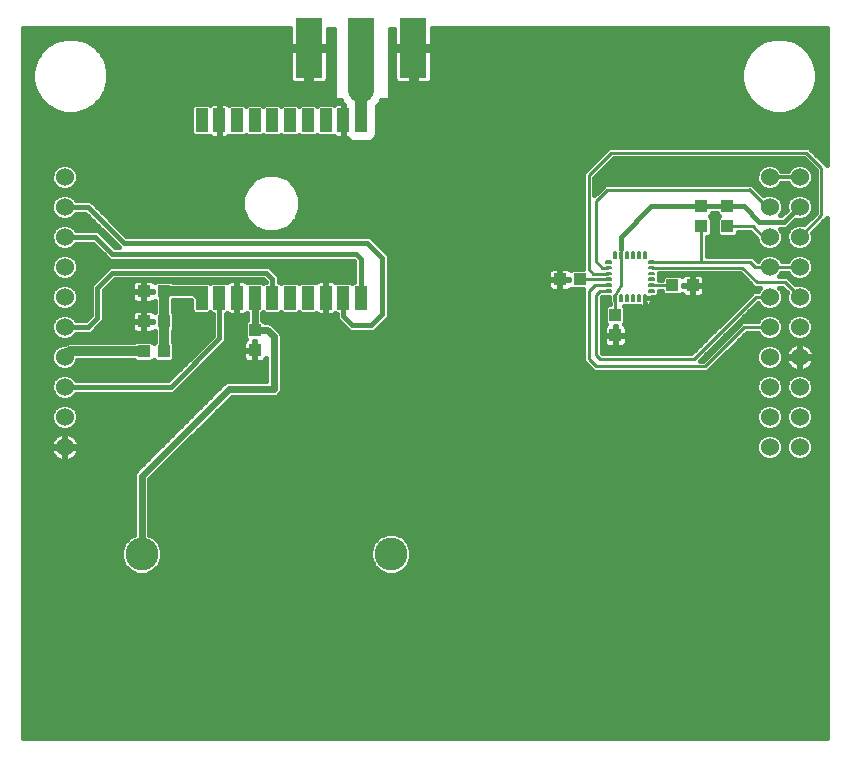
<source format=gtl>
G75*
G70*
%OFA0B0*%
%FSLAX24Y24*%
%IPPOS*%
%LPD*%
%AMOC8*
5,1,8,0,0,1.08239X$1,22.5*
%
%ADD10C,0.0600*%
%ADD11C,0.0059*%
%ADD12R,0.0433X0.0394*%
%ADD13R,0.0394X0.0433*%
%ADD14R,0.0394X0.0787*%
%ADD15R,0.0900X0.2000*%
%ADD16C,0.1095*%
%ADD17C,0.0160*%
%ADD18C,0.0290*%
%ADD19C,0.0320*%
%ADD20C,0.0100*%
%ADD21C,0.0120*%
%ADD22C,0.0400*%
%ADD23C,0.0860*%
%ADD24C,0.0240*%
D10*
X001960Y010567D03*
X001960Y011567D03*
X001960Y012567D03*
X001960Y013567D03*
X001960Y014567D03*
X001960Y015567D03*
X001960Y016567D03*
X001960Y017567D03*
X001960Y018567D03*
X001960Y019567D03*
X025460Y019567D03*
X026460Y019567D03*
X026460Y018567D03*
X026460Y017567D03*
X026460Y016567D03*
X026460Y015567D03*
X026460Y014567D03*
X026460Y013567D03*
X026460Y012567D03*
X026460Y011567D03*
X026460Y010567D03*
X025460Y010567D03*
X025460Y011567D03*
X025460Y012567D03*
X025460Y013567D03*
X025460Y014567D03*
X025460Y015567D03*
X025460Y016567D03*
X025460Y017567D03*
X025460Y018567D03*
D11*
X021613Y016772D02*
X021435Y016772D01*
X021613Y016772D02*
X021613Y016712D01*
X021435Y016712D01*
X021435Y016772D01*
X021435Y016770D02*
X021613Y016770D01*
X021613Y016575D02*
X021435Y016575D01*
X021613Y016575D02*
X021613Y016515D01*
X021435Y016515D01*
X021435Y016575D01*
X021435Y016573D02*
X021613Y016573D01*
X021613Y016378D02*
X021435Y016378D01*
X021613Y016378D02*
X021613Y016318D01*
X021435Y016318D01*
X021435Y016378D01*
X021435Y016376D02*
X021613Y016376D01*
X021613Y016182D02*
X021435Y016182D01*
X021613Y016182D02*
X021613Y016122D01*
X021435Y016122D01*
X021435Y016182D01*
X021435Y016180D02*
X021613Y016180D01*
X021613Y015985D02*
X021435Y015985D01*
X021613Y015985D02*
X021613Y015925D01*
X021435Y015925D01*
X021435Y015985D01*
X021435Y015983D02*
X021613Y015983D01*
X021613Y015788D02*
X021435Y015788D01*
X021613Y015788D02*
X021613Y015728D01*
X021435Y015728D01*
X021435Y015788D01*
X021435Y015786D02*
X021613Y015786D01*
X021327Y015620D02*
X021327Y015442D01*
X021267Y015442D01*
X021267Y015620D01*
X021327Y015620D01*
X021327Y015500D02*
X021267Y015500D01*
X021267Y015558D02*
X021327Y015558D01*
X021327Y015616D02*
X021267Y015616D01*
X021130Y015620D02*
X021130Y015442D01*
X021070Y015442D01*
X021070Y015620D01*
X021130Y015620D01*
X021130Y015500D02*
X021070Y015500D01*
X021070Y015558D02*
X021130Y015558D01*
X021130Y015616D02*
X021070Y015616D01*
X020933Y015620D02*
X020933Y015442D01*
X020873Y015442D01*
X020873Y015620D01*
X020933Y015620D01*
X020933Y015500D02*
X020873Y015500D01*
X020873Y015558D02*
X020933Y015558D01*
X020933Y015616D02*
X020873Y015616D01*
X020737Y015620D02*
X020737Y015442D01*
X020677Y015442D01*
X020677Y015620D01*
X020737Y015620D01*
X020737Y015500D02*
X020677Y015500D01*
X020677Y015558D02*
X020737Y015558D01*
X020737Y015616D02*
X020677Y015616D01*
X020540Y015620D02*
X020540Y015442D01*
X020480Y015442D01*
X020480Y015620D01*
X020540Y015620D01*
X020540Y015500D02*
X020480Y015500D01*
X020480Y015558D02*
X020540Y015558D01*
X020540Y015616D02*
X020480Y015616D01*
X020343Y015620D02*
X020343Y015442D01*
X020283Y015442D01*
X020283Y015620D01*
X020343Y015620D01*
X020343Y015500D02*
X020283Y015500D01*
X020283Y015558D02*
X020343Y015558D01*
X020343Y015616D02*
X020283Y015616D01*
X020175Y015728D02*
X019997Y015728D01*
X019997Y015788D01*
X020175Y015788D01*
X020175Y015728D01*
X020175Y015786D02*
X019997Y015786D01*
X019997Y015925D02*
X020175Y015925D01*
X019997Y015925D02*
X019997Y015985D01*
X020175Y015985D01*
X020175Y015925D01*
X020175Y015983D02*
X019997Y015983D01*
X019997Y016122D02*
X020175Y016122D01*
X019997Y016122D02*
X019997Y016182D01*
X020175Y016182D01*
X020175Y016122D01*
X020175Y016180D02*
X019997Y016180D01*
X019997Y016318D02*
X020175Y016318D01*
X019997Y016318D02*
X019997Y016378D01*
X020175Y016378D01*
X020175Y016318D01*
X020175Y016376D02*
X019997Y016376D01*
X019997Y016515D02*
X020175Y016515D01*
X019997Y016515D02*
X019997Y016575D01*
X020175Y016575D01*
X020175Y016515D01*
X020175Y016573D02*
X019997Y016573D01*
X019997Y016712D02*
X020175Y016712D01*
X019997Y016712D02*
X019997Y016772D01*
X020175Y016772D01*
X020175Y016712D01*
X020175Y016770D02*
X019997Y016770D01*
X020283Y016880D02*
X020283Y017058D01*
X020343Y017058D01*
X020343Y016880D01*
X020283Y016880D01*
X020283Y016938D02*
X020343Y016938D01*
X020343Y016996D02*
X020283Y016996D01*
X020283Y017054D02*
X020343Y017054D01*
X020480Y017058D02*
X020480Y016880D01*
X020480Y017058D02*
X020540Y017058D01*
X020540Y016880D01*
X020480Y016880D01*
X020480Y016938D02*
X020540Y016938D01*
X020540Y016996D02*
X020480Y016996D01*
X020480Y017054D02*
X020540Y017054D01*
X020677Y017058D02*
X020677Y016880D01*
X020677Y017058D02*
X020737Y017058D01*
X020737Y016880D01*
X020677Y016880D01*
X020677Y016938D02*
X020737Y016938D01*
X020737Y016996D02*
X020677Y016996D01*
X020677Y017054D02*
X020737Y017054D01*
X020873Y017058D02*
X020873Y016880D01*
X020873Y017058D02*
X020933Y017058D01*
X020933Y016880D01*
X020873Y016880D01*
X020873Y016938D02*
X020933Y016938D01*
X020933Y016996D02*
X020873Y016996D01*
X020873Y017054D02*
X020933Y017054D01*
X021070Y017058D02*
X021070Y016880D01*
X021070Y017058D02*
X021130Y017058D01*
X021130Y016880D01*
X021070Y016880D01*
X021070Y016938D02*
X021130Y016938D01*
X021130Y016996D02*
X021070Y016996D01*
X021070Y017054D02*
X021130Y017054D01*
X021267Y017058D02*
X021267Y016880D01*
X021267Y017058D02*
X021327Y017058D01*
X021327Y016880D01*
X021267Y016880D01*
X021267Y016938D02*
X021327Y016938D01*
X021327Y016996D02*
X021267Y016996D01*
X021267Y017054D02*
X021327Y017054D01*
D12*
X022220Y015955D03*
X022890Y015955D03*
X023180Y017915D03*
X023180Y018585D03*
X024055Y018585D03*
X024055Y017915D03*
X019140Y016152D03*
X018470Y016152D03*
X005265Y015750D03*
X004595Y015750D03*
X004595Y014750D03*
X005265Y014750D03*
D13*
X005265Y013750D03*
X004595Y013750D03*
X008294Y013790D03*
X008294Y014460D03*
X020313Y014290D03*
X020313Y014960D03*
D14*
X011837Y015547D03*
X011247Y015547D03*
X010656Y015547D03*
X010066Y015547D03*
X009475Y015547D03*
X008885Y015547D03*
X008294Y015547D03*
X007704Y015547D03*
X007113Y015547D03*
X006523Y015547D03*
X006523Y021453D03*
X007113Y021453D03*
X007704Y021453D03*
X008294Y021453D03*
X008885Y021453D03*
X009475Y021453D03*
X010066Y021453D03*
X010656Y021453D03*
X011247Y021453D03*
X011837Y021453D03*
D15*
X011837Y023865D03*
X010097Y023865D03*
X013577Y023865D03*
D16*
X012835Y007000D03*
X004525Y007000D03*
D17*
X000560Y000880D02*
X000560Y024529D01*
X009467Y024529D01*
X009467Y023945D01*
X010017Y023945D01*
X010017Y023785D01*
X009467Y023785D01*
X009467Y022841D01*
X009480Y022796D01*
X009503Y022754D01*
X009537Y022721D01*
X009578Y022697D01*
X009624Y022685D01*
X010017Y022685D01*
X010017Y023785D01*
X010177Y023785D01*
X010177Y022685D01*
X010571Y022685D01*
X010617Y022697D01*
X010658Y022721D01*
X010692Y022754D01*
X010715Y022796D01*
X010727Y022841D01*
X010727Y023785D01*
X010177Y023785D01*
X010177Y023945D01*
X010727Y023945D01*
X010727Y024495D01*
X010930Y024495D01*
X010930Y022125D01*
X011157Y022125D01*
X011193Y022037D01*
X011204Y022026D01*
X011026Y022026D01*
X010981Y022014D01*
X010940Y021990D01*
X010923Y021974D01*
X010911Y021986D01*
X010402Y021986D01*
X010361Y021946D01*
X010321Y021986D01*
X009811Y021986D01*
X009771Y021946D01*
X009730Y021986D01*
X009220Y021986D01*
X009180Y021946D01*
X009140Y021986D01*
X008630Y021986D01*
X008589Y021946D01*
X008549Y021986D01*
X008039Y021986D01*
X007999Y021946D01*
X007958Y021986D01*
X007449Y021986D01*
X007437Y021974D01*
X007420Y021990D01*
X007379Y022014D01*
X007334Y022026D01*
X007131Y022026D01*
X007131Y021471D01*
X007095Y021471D01*
X007095Y022026D01*
X006893Y022026D01*
X006847Y022014D01*
X006806Y021990D01*
X006790Y021974D01*
X006777Y021986D01*
X006268Y021986D01*
X006186Y021904D01*
X006186Y021001D01*
X006268Y020919D01*
X006777Y020919D01*
X006790Y020931D01*
X006806Y020915D01*
X006847Y020891D01*
X006893Y020879D01*
X007095Y020879D01*
X007095Y021434D01*
X007131Y021434D01*
X007131Y020879D01*
X007334Y020879D01*
X007379Y020891D01*
X007420Y020915D01*
X007437Y020931D01*
X007449Y020919D01*
X007958Y020919D01*
X007999Y020959D01*
X008039Y020919D01*
X008549Y020919D01*
X008589Y020959D01*
X008630Y020919D01*
X009140Y020919D01*
X009180Y020959D01*
X009220Y020919D01*
X009730Y020919D01*
X009771Y020959D01*
X009811Y020919D01*
X010321Y020919D01*
X010361Y020959D01*
X010402Y020919D01*
X010911Y020919D01*
X010923Y020931D01*
X010940Y020915D01*
X010981Y020891D01*
X011026Y020879D01*
X011229Y020879D01*
X011229Y021434D01*
X011265Y021434D01*
X011265Y020879D01*
X011358Y020879D01*
X011361Y020872D01*
X011454Y020779D01*
X011575Y020729D01*
X012100Y020729D01*
X012221Y020779D01*
X012314Y020872D01*
X012364Y020993D01*
X012364Y021340D01*
X012367Y021347D01*
X012367Y021923D01*
X012482Y022037D01*
X012518Y022125D01*
X012805Y022125D01*
X012805Y024495D01*
X012947Y024495D01*
X012947Y023945D01*
X013497Y023945D01*
X013497Y023785D01*
X012947Y023785D01*
X012947Y022841D01*
X012960Y022796D01*
X012983Y022754D01*
X013017Y022721D01*
X013058Y022697D01*
X013104Y022685D01*
X013497Y022685D01*
X013497Y023785D01*
X013657Y023785D01*
X013657Y022685D01*
X014051Y022685D01*
X014097Y022697D01*
X014138Y022721D01*
X014172Y022754D01*
X014195Y022796D01*
X014207Y022841D01*
X014207Y023785D01*
X013657Y023785D01*
X013657Y023945D01*
X014207Y023945D01*
X014207Y024529D01*
X027359Y024529D01*
X027359Y019965D01*
X027259Y020065D01*
X026759Y020565D01*
X020101Y020565D01*
X019990Y020454D01*
X019240Y019704D01*
X019240Y016488D01*
X018865Y016488D01*
X018833Y016456D01*
X018831Y016459D01*
X018797Y016492D01*
X018756Y016516D01*
X018711Y016528D01*
X018489Y016528D01*
X018489Y016170D01*
X018783Y016170D01*
X018783Y016133D01*
X018489Y016133D01*
X018489Y016170D01*
X018452Y016170D01*
X018452Y016528D01*
X018230Y016528D01*
X018184Y016516D01*
X018143Y016492D01*
X018110Y016459D01*
X018086Y016418D01*
X018074Y016372D01*
X018074Y016170D01*
X018452Y016170D01*
X018452Y016133D01*
X018489Y016133D01*
X018489Y015775D01*
X018711Y015775D01*
X018756Y015787D01*
X018797Y015811D01*
X018831Y015844D01*
X018833Y015847D01*
X018865Y015815D01*
X019240Y015815D01*
X019240Y013421D01*
X019490Y013171D01*
X019601Y013060D01*
X023384Y013060D01*
X024701Y014377D01*
X025062Y014377D01*
X025087Y014318D01*
X025210Y014194D01*
X025372Y014127D01*
X025547Y014127D01*
X025709Y014194D01*
X025833Y014318D01*
X025900Y014479D01*
X025900Y014654D01*
X025833Y014816D01*
X025709Y014940D01*
X025547Y015007D01*
X025372Y015007D01*
X025210Y014940D01*
X025087Y014816D01*
X025062Y014757D01*
X024543Y014757D01*
X024432Y014646D01*
X023226Y013440D01*
X023139Y013440D01*
X025066Y015367D01*
X025087Y015318D01*
X025210Y015194D01*
X025372Y015127D01*
X025547Y015127D01*
X025709Y015194D01*
X025833Y015318D01*
X025900Y015479D01*
X025900Y015654D01*
X025833Y015816D01*
X025772Y015877D01*
X025881Y015877D01*
X026044Y015714D01*
X026020Y015654D01*
X026020Y015479D01*
X026087Y015318D01*
X026210Y015194D01*
X026372Y015127D01*
X026547Y015127D01*
X026709Y015194D01*
X026833Y015318D01*
X026900Y015479D01*
X026900Y015654D01*
X026833Y015816D01*
X026709Y015940D01*
X026547Y016007D01*
X026372Y016007D01*
X026313Y015982D01*
X026038Y016257D01*
X025772Y016257D01*
X025833Y016318D01*
X025857Y016377D01*
X026062Y016377D01*
X026087Y016318D01*
X026210Y016194D01*
X026372Y016127D01*
X026547Y016127D01*
X026709Y016194D01*
X026833Y016318D01*
X026900Y016479D01*
X026900Y016654D01*
X026833Y016816D01*
X026709Y016940D01*
X026547Y017007D01*
X026372Y017007D01*
X026210Y016940D01*
X026087Y016816D01*
X026062Y016757D01*
X025857Y016757D01*
X025833Y016816D01*
X025709Y016940D01*
X025547Y017007D01*
X025372Y017007D01*
X025210Y016940D01*
X025087Y016816D01*
X025063Y016760D01*
X024892Y016932D01*
X023370Y016932D01*
X023370Y017579D01*
X023455Y017579D01*
X023537Y017661D01*
X023537Y018170D01*
X023457Y018250D01*
X023537Y018330D01*
X023537Y018365D01*
X023698Y018365D01*
X023698Y018330D01*
X023778Y018250D01*
X023698Y018170D01*
X023698Y017661D01*
X023780Y017579D01*
X024330Y017579D01*
X024412Y017661D01*
X024412Y017725D01*
X024811Y017725D01*
X025020Y017517D01*
X025020Y017479D01*
X025087Y017318D01*
X025210Y017194D01*
X025372Y017127D01*
X025547Y017127D01*
X025709Y017194D01*
X025833Y017318D01*
X025900Y017479D01*
X025900Y017654D01*
X025833Y017816D01*
X025802Y017847D01*
X026021Y017847D01*
X026322Y018148D01*
X026372Y018127D01*
X026547Y018127D01*
X026709Y018194D01*
X026833Y018318D01*
X026900Y018479D01*
X026900Y018654D01*
X026833Y018816D01*
X026709Y018940D01*
X026547Y019007D01*
X026372Y019007D01*
X026210Y018940D01*
X026087Y018816D01*
X026020Y018654D01*
X026020Y018479D01*
X026023Y018471D01*
X025839Y018287D01*
X025802Y018287D01*
X025833Y018318D01*
X025900Y018479D01*
X025900Y018654D01*
X025833Y018816D01*
X025709Y018940D01*
X025547Y019007D01*
X025372Y019007D01*
X025255Y018958D01*
X024888Y019325D01*
X024722Y019325D01*
X024712Y019315D01*
X019976Y019315D01*
X019865Y019204D01*
X019620Y018959D01*
X019620Y019546D01*
X020259Y020185D01*
X026601Y020185D01*
X026990Y019796D01*
X026990Y018366D01*
X026606Y017982D01*
X026547Y018007D01*
X026372Y018007D01*
X026210Y017940D01*
X026087Y017816D01*
X026020Y017654D01*
X026020Y017479D01*
X026087Y017318D01*
X026210Y017194D01*
X026372Y017127D01*
X026547Y017127D01*
X026709Y017194D01*
X026833Y017318D01*
X026900Y017479D01*
X026900Y017654D01*
X026875Y017714D01*
X027359Y018198D01*
X027359Y000880D01*
X000560Y000880D01*
X000560Y000976D02*
X027359Y000976D01*
X027359Y001134D02*
X000560Y001134D01*
X000560Y001293D02*
X027359Y001293D01*
X027359Y001451D02*
X000560Y001451D01*
X000560Y001610D02*
X027359Y001610D01*
X027359Y001768D02*
X000560Y001768D01*
X000560Y001927D02*
X027359Y001927D01*
X027359Y002085D02*
X000560Y002085D01*
X000560Y002244D02*
X027359Y002244D01*
X027359Y002402D02*
X000560Y002402D01*
X000560Y002561D02*
X027359Y002561D01*
X027359Y002719D02*
X000560Y002719D01*
X000560Y002878D02*
X027359Y002878D01*
X027359Y003036D02*
X000560Y003036D01*
X000560Y003195D02*
X027359Y003195D01*
X027359Y003353D02*
X000560Y003353D01*
X000560Y003512D02*
X027359Y003512D01*
X027359Y003670D02*
X000560Y003670D01*
X000560Y003829D02*
X027359Y003829D01*
X027359Y003987D02*
X000560Y003987D01*
X000560Y004146D02*
X027359Y004146D01*
X027359Y004304D02*
X000560Y004304D01*
X000560Y004463D02*
X027359Y004463D01*
X027359Y004621D02*
X000560Y004621D01*
X000560Y004780D02*
X027359Y004780D01*
X027359Y004938D02*
X000560Y004938D01*
X000560Y005097D02*
X027359Y005097D01*
X027359Y005255D02*
X000560Y005255D01*
X000560Y005414D02*
X027359Y005414D01*
X027359Y005572D02*
X000560Y005572D01*
X000560Y005731D02*
X027359Y005731D01*
X027359Y005889D02*
X000560Y005889D01*
X000560Y006048D02*
X027359Y006048D01*
X027359Y006206D02*
X000560Y006206D01*
X000560Y006365D02*
X004263Y006365D01*
X004388Y006313D02*
X004662Y006313D01*
X004914Y006417D01*
X005108Y006611D01*
X005212Y006863D01*
X005212Y007137D01*
X005108Y007389D01*
X004914Y007583D01*
X004785Y007636D01*
X004785Y009487D01*
X007538Y012240D01*
X008982Y012240D01*
X009077Y012280D01*
X009150Y012353D01*
X009190Y012448D01*
X009190Y014302D01*
X009150Y014397D01*
X008941Y014607D01*
X008868Y014680D01*
X008772Y014720D01*
X008631Y014720D01*
X008631Y014734D01*
X008554Y014811D01*
X008554Y015019D01*
X008589Y015054D01*
X008630Y015014D01*
X009140Y015014D01*
X009180Y015054D01*
X009220Y015014D01*
X009730Y015014D01*
X009771Y015054D01*
X009811Y015014D01*
X010321Y015014D01*
X010333Y015026D01*
X010349Y015010D01*
X010390Y014986D01*
X010436Y014974D01*
X010638Y014974D01*
X010638Y015529D01*
X010675Y015529D01*
X010675Y014974D01*
X010877Y014974D01*
X010923Y014986D01*
X010964Y015010D01*
X010980Y015026D01*
X010992Y015014D01*
X011027Y015014D01*
X011027Y014842D01*
X011335Y014534D01*
X011464Y014405D01*
X012271Y014405D01*
X012646Y014780D01*
X012775Y014909D01*
X012775Y016966D01*
X012275Y017466D01*
X012146Y017595D01*
X004021Y017595D01*
X002958Y018658D01*
X002829Y018787D01*
X002345Y018787D01*
X002333Y018816D01*
X002209Y018940D01*
X002047Y019007D01*
X001872Y019007D01*
X001710Y018940D01*
X001587Y018816D01*
X001520Y018654D01*
X001520Y018479D01*
X001587Y018318D01*
X001710Y018194D01*
X001872Y018127D01*
X002047Y018127D01*
X002209Y018194D01*
X002333Y018318D01*
X002345Y018347D01*
X002647Y018347D01*
X003774Y017220D01*
X003646Y017220D01*
X003208Y017658D01*
X003079Y017787D01*
X002345Y017787D01*
X002333Y017816D01*
X002209Y017940D01*
X002047Y018007D01*
X001872Y018007D01*
X001710Y017940D01*
X001587Y017816D01*
X001520Y017654D01*
X001520Y017479D01*
X001587Y017318D01*
X001710Y017194D01*
X001872Y017127D01*
X002047Y017127D01*
X002209Y017194D01*
X002333Y017318D01*
X002345Y017347D01*
X002897Y017347D01*
X003464Y016780D01*
X011589Y016780D01*
X011617Y016751D01*
X011617Y016081D01*
X011583Y016081D01*
X011542Y016041D01*
X011502Y016081D01*
X010992Y016081D01*
X010980Y016069D01*
X010964Y016085D01*
X010923Y016109D01*
X010877Y016121D01*
X010675Y016121D01*
X010675Y015566D01*
X010638Y015566D01*
X010638Y016121D01*
X010436Y016121D01*
X010390Y016109D01*
X010349Y016085D01*
X010333Y016069D01*
X010321Y016081D01*
X009811Y016081D01*
X009771Y016041D01*
X009730Y016081D01*
X009220Y016081D01*
X009180Y016041D01*
X009140Y016081D01*
X009105Y016081D01*
X009105Y016261D01*
X008976Y016390D01*
X008771Y016595D01*
X003464Y016595D01*
X003335Y016466D01*
X002835Y015966D01*
X002835Y014966D01*
X002656Y014787D01*
X002345Y014787D01*
X002333Y014816D01*
X002209Y014940D01*
X002047Y015007D01*
X001872Y015007D01*
X001710Y014940D01*
X001587Y014816D01*
X001520Y014654D01*
X001520Y014479D01*
X001587Y014318D01*
X001710Y014194D01*
X001872Y014127D01*
X002047Y014127D01*
X002209Y014194D01*
X002333Y014318D01*
X002345Y014347D01*
X002838Y014347D01*
X003146Y014655D01*
X003275Y014784D01*
X003275Y015784D01*
X003646Y016155D01*
X008589Y016155D01*
X008663Y016081D01*
X008630Y016081D01*
X008589Y016041D01*
X008549Y016081D01*
X008039Y016081D01*
X008027Y016069D01*
X008011Y016085D01*
X007970Y016109D01*
X007924Y016121D01*
X007722Y016121D01*
X007722Y015566D01*
X007685Y015566D01*
X007685Y016121D01*
X007483Y016121D01*
X007437Y016109D01*
X007396Y016085D01*
X007380Y016069D01*
X007368Y016081D01*
X006858Y016081D01*
X006818Y016041D01*
X006777Y016081D01*
X006268Y016081D01*
X006237Y016050D01*
X005576Y016050D01*
X005539Y016087D01*
X004990Y016087D01*
X004958Y016054D01*
X004956Y016057D01*
X004922Y016091D01*
X004881Y016115D01*
X004836Y016127D01*
X004614Y016127D01*
X004614Y015768D01*
X004908Y015768D01*
X004908Y015732D01*
X004614Y015732D01*
X004614Y015768D01*
X004577Y015768D01*
X004577Y015732D01*
X004199Y015732D01*
X004199Y015529D01*
X004211Y015484D01*
X004235Y015443D01*
X004268Y015409D01*
X004309Y015385D01*
X004355Y015373D01*
X004577Y015373D01*
X004577Y015732D01*
X004614Y015732D01*
X004614Y015373D01*
X004836Y015373D01*
X004881Y015385D01*
X004922Y015409D01*
X004956Y015443D01*
X004958Y015446D01*
X004965Y015439D01*
X004965Y015061D01*
X004958Y015054D01*
X004956Y015057D01*
X004922Y015091D01*
X004881Y015115D01*
X004836Y015127D01*
X004614Y015127D01*
X004614Y014768D01*
X004908Y014768D01*
X004908Y014732D01*
X004614Y014732D01*
X004614Y014768D01*
X004577Y014768D01*
X004577Y014732D01*
X004199Y014732D01*
X004199Y014529D01*
X004211Y014484D01*
X004235Y014443D01*
X004268Y014409D01*
X004309Y014385D01*
X004355Y014373D01*
X004577Y014373D01*
X004577Y014732D01*
X004614Y014732D01*
X004614Y014373D01*
X004836Y014373D01*
X004881Y014385D01*
X004922Y014409D01*
X004956Y014443D01*
X004958Y014446D01*
X004965Y014439D01*
X004965Y014061D01*
X004930Y014027D01*
X004850Y014107D01*
X004341Y014107D01*
X004284Y014050D01*
X002083Y014050D01*
X001979Y014007D01*
X001872Y014007D01*
X001710Y013940D01*
X001587Y013816D01*
X001520Y013654D01*
X001520Y013479D01*
X001587Y013318D01*
X001710Y013194D01*
X001872Y013127D01*
X002047Y013127D01*
X002209Y013194D01*
X002333Y013318D01*
X002387Y013450D01*
X004284Y013450D01*
X004341Y013393D01*
X004850Y013393D01*
X004930Y013473D01*
X005010Y013393D01*
X005519Y013393D01*
X005601Y013475D01*
X005601Y014025D01*
X005565Y014061D01*
X005565Y014439D01*
X005621Y014495D01*
X005621Y015005D01*
X005565Y015061D01*
X005565Y015439D01*
X005576Y015450D01*
X006186Y015450D01*
X006186Y015096D01*
X006268Y015014D01*
X006777Y015014D01*
X006818Y015054D01*
X006858Y015014D01*
X006893Y015014D01*
X006893Y014274D01*
X005406Y012787D01*
X002345Y012787D01*
X002333Y012816D01*
X002209Y012940D01*
X002047Y013007D01*
X001872Y013007D01*
X001710Y012940D01*
X001587Y012816D01*
X001520Y012654D01*
X001520Y012479D01*
X001587Y012318D01*
X001710Y012194D01*
X001872Y012127D01*
X002047Y012127D01*
X002209Y012194D01*
X002333Y012318D01*
X002345Y012347D01*
X005588Y012347D01*
X005717Y012476D01*
X007333Y014092D01*
X007333Y015014D01*
X007368Y015014D01*
X007380Y015026D01*
X007396Y015010D01*
X007437Y014986D01*
X007483Y014974D01*
X007685Y014974D01*
X007685Y015529D01*
X007722Y015529D01*
X007722Y014974D01*
X007924Y014974D01*
X007970Y014986D01*
X008011Y015010D01*
X008027Y015026D01*
X008034Y015019D01*
X008034Y014811D01*
X007957Y014734D01*
X007957Y014185D01*
X007990Y014153D01*
X007987Y014151D01*
X007953Y014117D01*
X007930Y014076D01*
X007917Y014031D01*
X007917Y013809D01*
X008276Y013809D01*
X008276Y014103D01*
X008313Y014103D01*
X008313Y013809D01*
X008276Y013809D01*
X008276Y013772D01*
X008313Y013772D01*
X008313Y013394D01*
X008515Y013394D01*
X008561Y013406D01*
X008602Y013430D01*
X008635Y013463D01*
X008659Y013504D01*
X008670Y013546D01*
X008670Y012760D01*
X007378Y012760D01*
X007283Y012720D01*
X004378Y009815D01*
X004305Y009742D01*
X004265Y009647D01*
X004265Y007636D01*
X004136Y007583D01*
X003942Y007389D01*
X003838Y007137D01*
X003838Y006863D01*
X003942Y006611D01*
X004136Y006417D01*
X004388Y006313D01*
X004787Y006365D02*
X012573Y006365D01*
X012698Y006313D02*
X012972Y006313D01*
X013224Y006417D01*
X013418Y006611D01*
X013522Y006863D01*
X013522Y007137D01*
X013418Y007389D01*
X013224Y007583D01*
X012972Y007687D01*
X012698Y007687D01*
X012446Y007583D01*
X012252Y007389D01*
X012148Y007137D01*
X012148Y006863D01*
X012252Y006611D01*
X012446Y006417D01*
X012698Y006313D01*
X012340Y006523D02*
X005020Y006523D01*
X005137Y006682D02*
X012223Y006682D01*
X012157Y006840D02*
X005203Y006840D01*
X005212Y006999D02*
X012148Y006999D01*
X012156Y007157D02*
X005204Y007157D01*
X005138Y007316D02*
X012222Y007316D01*
X012337Y007474D02*
X005023Y007474D01*
X004795Y007633D02*
X012565Y007633D01*
X013105Y007633D02*
X027359Y007633D01*
X027359Y007791D02*
X004785Y007791D01*
X004785Y007950D02*
X027359Y007950D01*
X027359Y008108D02*
X004785Y008108D01*
X004785Y008267D02*
X027359Y008267D01*
X027359Y008425D02*
X004785Y008425D01*
X004785Y008584D02*
X027359Y008584D01*
X027359Y008742D02*
X004785Y008742D01*
X004785Y008901D02*
X027359Y008901D01*
X027359Y009059D02*
X004785Y009059D01*
X004785Y009218D02*
X027359Y009218D01*
X027359Y009376D02*
X004785Y009376D01*
X004832Y009535D02*
X027359Y009535D01*
X027359Y009693D02*
X004991Y009693D01*
X005149Y009852D02*
X027359Y009852D01*
X027359Y010010D02*
X005308Y010010D01*
X005466Y010169D02*
X025272Y010169D01*
X025210Y010194D02*
X025372Y010127D01*
X025547Y010127D01*
X025709Y010194D01*
X025833Y010318D01*
X025900Y010479D01*
X025900Y010654D01*
X025833Y010816D01*
X025709Y010940D01*
X025547Y011007D01*
X025372Y011007D01*
X025210Y010940D01*
X025087Y010816D01*
X025020Y010654D01*
X025020Y010479D01*
X025087Y010318D01*
X025210Y010194D01*
X025083Y010327D02*
X005625Y010327D01*
X005783Y010486D02*
X025020Y010486D01*
X025020Y010644D02*
X005942Y010644D01*
X006100Y010803D02*
X025081Y010803D01*
X025261Y010961D02*
X006259Y010961D01*
X006417Y011120D02*
X027359Y011120D01*
X027359Y011278D02*
X026793Y011278D01*
X026833Y011318D02*
X026900Y011479D01*
X026900Y011654D01*
X026833Y011816D01*
X026709Y011940D01*
X026547Y012007D01*
X026372Y012007D01*
X026210Y011940D01*
X026087Y011816D01*
X026020Y011654D01*
X026020Y011479D01*
X026087Y011318D01*
X026210Y011194D01*
X026372Y011127D01*
X026547Y011127D01*
X026709Y011194D01*
X026833Y011318D01*
X026882Y011437D02*
X027359Y011437D01*
X027359Y011595D02*
X026900Y011595D01*
X026858Y011754D02*
X027359Y011754D01*
X027359Y011912D02*
X026737Y011912D01*
X026709Y012194D02*
X026547Y012127D01*
X026372Y012127D01*
X026210Y012194D01*
X026087Y012318D01*
X026020Y012479D01*
X026020Y012654D01*
X026087Y012816D01*
X026210Y012940D01*
X026372Y013007D01*
X026547Y013007D01*
X026709Y012940D01*
X026833Y012816D01*
X026900Y012654D01*
X026900Y012479D01*
X026833Y012318D01*
X026709Y012194D01*
X026744Y012229D02*
X027359Y012229D01*
X027359Y012071D02*
X007368Y012071D01*
X007527Y012229D02*
X025175Y012229D01*
X025210Y012194D02*
X025372Y012127D01*
X025547Y012127D01*
X025709Y012194D01*
X025833Y012318D01*
X025900Y012479D01*
X025900Y012654D01*
X025833Y012816D01*
X025709Y012940D01*
X025547Y013007D01*
X025372Y013007D01*
X025210Y012940D01*
X025087Y012816D01*
X025020Y012654D01*
X025020Y012479D01*
X025087Y012318D01*
X025210Y012194D01*
X025058Y012388D02*
X009165Y012388D01*
X009190Y012546D02*
X025020Y012546D01*
X025040Y012705D02*
X009190Y012705D01*
X009190Y012863D02*
X025133Y012863D01*
X025244Y013180D02*
X023504Y013180D01*
X023662Y013339D02*
X025078Y013339D01*
X025087Y013318D02*
X025210Y013194D01*
X025372Y013127D01*
X025547Y013127D01*
X025709Y013194D01*
X025833Y013318D01*
X025900Y013479D01*
X025900Y013654D01*
X025833Y013816D01*
X025709Y013940D01*
X025547Y014007D01*
X025372Y014007D01*
X025210Y013940D01*
X025087Y013816D01*
X025020Y013654D01*
X025020Y013479D01*
X025087Y013318D01*
X025020Y013497D02*
X023821Y013497D01*
X023979Y013656D02*
X025020Y013656D01*
X025086Y013814D02*
X024138Y013814D01*
X024296Y013973D02*
X025289Y013973D01*
X025362Y014131D02*
X024455Y014131D01*
X024613Y014290D02*
X025115Y014290D01*
X025557Y014131D02*
X026362Y014131D01*
X026372Y014127D02*
X026547Y014127D01*
X026709Y014194D01*
X026833Y014318D01*
X026900Y014479D01*
X026900Y014654D01*
X026833Y014816D01*
X026709Y014940D01*
X026547Y015007D01*
X026372Y015007D01*
X026210Y014940D01*
X026087Y014816D01*
X026020Y014654D01*
X026020Y014479D01*
X026087Y014318D01*
X026210Y014194D01*
X026372Y014127D01*
X026422Y014047D02*
X026347Y014035D01*
X026275Y014012D01*
X026208Y013977D01*
X026147Y013933D01*
X026093Y013880D01*
X026049Y013819D01*
X026015Y013751D01*
X025991Y013679D01*
X025980Y013605D01*
X025980Y013587D01*
X026440Y013587D01*
X026440Y014047D01*
X026422Y014047D01*
X026480Y014047D02*
X026497Y014047D01*
X026572Y014035D01*
X026644Y014012D01*
X026711Y013977D01*
X026772Y013933D01*
X026826Y013880D01*
X026870Y013819D01*
X026904Y013751D01*
X026928Y013679D01*
X026940Y013605D01*
X026940Y013587D01*
X026480Y013587D01*
X026480Y013547D01*
X026940Y013547D01*
X026940Y013529D01*
X026928Y013455D01*
X026904Y013383D01*
X026870Y013315D01*
X026826Y013254D01*
X026772Y013201D01*
X026711Y013156D01*
X026644Y013122D01*
X026572Y013099D01*
X026497Y013087D01*
X026480Y013087D01*
X026480Y013547D01*
X026440Y013547D01*
X026440Y013087D01*
X026422Y013087D01*
X026347Y013099D01*
X026275Y013122D01*
X026208Y013156D01*
X026147Y013201D01*
X026093Y013254D01*
X026049Y013315D01*
X026015Y013383D01*
X025991Y013455D01*
X025980Y013529D01*
X025980Y013547D01*
X026440Y013547D01*
X026440Y013587D01*
X026480Y013587D01*
X026480Y014047D01*
X026480Y013973D02*
X026440Y013973D01*
X026440Y013814D02*
X026480Y013814D01*
X026480Y013656D02*
X026440Y013656D01*
X026440Y013497D02*
X026480Y013497D01*
X026480Y013339D02*
X026440Y013339D01*
X026440Y013180D02*
X026480Y013180D01*
X026744Y013180D02*
X027359Y013180D01*
X027359Y013022D02*
X009190Y013022D01*
X009190Y013180D02*
X019481Y013180D01*
X019323Y013339D02*
X009190Y013339D01*
X009190Y013497D02*
X019240Y013497D01*
X019240Y013656D02*
X009190Y013656D01*
X009190Y013814D02*
X019240Y013814D01*
X019240Y013973D02*
X009190Y013973D01*
X009190Y014131D02*
X019240Y014131D01*
X019240Y014290D02*
X009190Y014290D01*
X009100Y014448D02*
X011421Y014448D01*
X011555Y014625D02*
X012180Y014625D01*
X012555Y015000D01*
X012555Y016875D01*
X012055Y017375D01*
X003930Y017375D01*
X002738Y018567D01*
X001960Y018567D01*
X002267Y018252D02*
X002742Y018252D01*
X002900Y018094D02*
X000560Y018094D01*
X000560Y018252D02*
X001652Y018252D01*
X001548Y018411D02*
X000560Y018411D01*
X000560Y018569D02*
X001520Y018569D01*
X001550Y018728D02*
X000560Y018728D01*
X000560Y018886D02*
X001656Y018886D01*
X001710Y019194D02*
X001872Y019127D01*
X002047Y019127D01*
X002209Y019194D01*
X002333Y019318D01*
X002400Y019479D01*
X002400Y019654D01*
X002333Y019816D01*
X002209Y019940D01*
X002047Y020007D01*
X001872Y020007D01*
X001710Y019940D01*
X001587Y019816D01*
X001520Y019654D01*
X001520Y019479D01*
X001587Y019318D01*
X001710Y019194D01*
X001701Y019203D02*
X000560Y019203D01*
X000560Y019045D02*
X007939Y019045D01*
X007875Y018890D02*
X007875Y018504D01*
X008023Y018147D01*
X008296Y017874D01*
X008652Y017726D01*
X009038Y017726D01*
X009395Y017874D01*
X009668Y018147D01*
X009816Y018504D01*
X009816Y018890D01*
X009668Y019247D01*
X009395Y019520D01*
X009038Y019667D01*
X008652Y019667D01*
X008296Y019520D01*
X008297Y019520D02*
X002400Y019520D01*
X002390Y019679D02*
X019240Y019679D01*
X019240Y019520D02*
X009394Y019520D01*
X009553Y019362D02*
X019240Y019362D01*
X019240Y019203D02*
X009686Y019203D01*
X009752Y019045D02*
X019240Y019045D01*
X019240Y018886D02*
X009816Y018886D01*
X009816Y018728D02*
X019240Y018728D01*
X019240Y018569D02*
X009816Y018569D01*
X009777Y018411D02*
X019240Y018411D01*
X019240Y018252D02*
X009712Y018252D01*
X009615Y018094D02*
X019240Y018094D01*
X019240Y017935D02*
X009456Y017935D01*
X009160Y017777D02*
X019240Y017777D01*
X019240Y017618D02*
X003998Y017618D01*
X003840Y017777D02*
X008531Y017777D01*
X008235Y017935D02*
X003681Y017935D01*
X003523Y018094D02*
X008076Y018094D01*
X007979Y018252D02*
X003364Y018252D01*
X003206Y018411D02*
X007913Y018411D01*
X007875Y018569D02*
X003047Y018569D01*
X002889Y018728D02*
X007875Y018728D01*
X007875Y018886D02*
X002263Y018886D01*
X002218Y019203D02*
X008005Y019203D01*
X008023Y019247D02*
X007875Y018890D01*
X008023Y019247D02*
X008296Y019520D01*
X008137Y019362D02*
X002351Y019362D01*
X002312Y019837D02*
X019373Y019837D01*
X019532Y019996D02*
X002075Y019996D01*
X001844Y019996D02*
X000560Y019996D01*
X000560Y020154D02*
X019690Y020154D01*
X019849Y020313D02*
X000560Y020313D01*
X000560Y020471D02*
X020007Y020471D01*
X020228Y020154D02*
X026632Y020154D01*
X026575Y019996D02*
X026791Y019996D01*
X026709Y019940D02*
X026547Y020007D01*
X026372Y020007D01*
X026210Y019940D01*
X026087Y019816D01*
X026066Y019767D01*
X025853Y019767D01*
X025833Y019816D01*
X025709Y019940D01*
X025547Y020007D01*
X025372Y020007D01*
X025210Y019940D01*
X025087Y019816D01*
X025020Y019654D01*
X025020Y019479D01*
X025087Y019318D01*
X025210Y019194D01*
X025372Y019127D01*
X025547Y019127D01*
X025709Y019194D01*
X025833Y019318D01*
X025853Y019367D01*
X026066Y019367D01*
X026087Y019318D01*
X026210Y019194D01*
X026372Y019127D01*
X026547Y019127D01*
X026709Y019194D01*
X026833Y019318D01*
X026900Y019479D01*
X026900Y019654D01*
X026833Y019816D01*
X026709Y019940D01*
X026812Y019837D02*
X026949Y019837D01*
X026990Y019679D02*
X026890Y019679D01*
X026900Y019520D02*
X026990Y019520D01*
X026990Y019362D02*
X026851Y019362D01*
X026718Y019203D02*
X026990Y019203D01*
X026990Y019045D02*
X025168Y019045D01*
X025201Y019203D02*
X025010Y019203D01*
X025068Y019362D02*
X019620Y019362D01*
X019620Y019520D02*
X025020Y019520D01*
X025030Y019679D02*
X019752Y019679D01*
X019911Y019837D02*
X025107Y019837D01*
X025344Y019996D02*
X020069Y019996D01*
X019864Y019203D02*
X019620Y019203D01*
X019620Y019045D02*
X019706Y019045D01*
X020510Y017580D02*
X020510Y017170D01*
X020510Y017580D02*
X021515Y018585D01*
X023180Y018585D01*
X024055Y018585D01*
X024595Y018585D01*
X025113Y018067D01*
X025930Y018067D01*
X026430Y018567D01*
X026460Y018567D01*
X026900Y018569D02*
X026990Y018569D01*
X026990Y018411D02*
X026871Y018411D01*
X026876Y018252D02*
X026767Y018252D01*
X026717Y018094D02*
X026268Y018094D01*
X026205Y017935D02*
X026109Y017935D01*
X026070Y017777D02*
X025849Y017777D01*
X025900Y017618D02*
X026020Y017618D01*
X026028Y017460D02*
X025891Y017460D01*
X025816Y017301D02*
X026103Y017301D01*
X026334Y017143D02*
X025585Y017143D01*
X025602Y016984D02*
X026317Y016984D01*
X026096Y016826D02*
X025823Y016826D01*
X025846Y016350D02*
X026073Y016350D01*
X026104Y016192D02*
X026216Y016192D01*
X026262Y016033D02*
X027359Y016033D01*
X027359Y015875D02*
X026774Y015875D01*
X026874Y015716D02*
X027359Y015716D01*
X027359Y015558D02*
X026900Y015558D01*
X026866Y015399D02*
X027359Y015399D01*
X027359Y015241D02*
X026755Y015241D01*
X026725Y014924D02*
X027359Y014924D01*
X027359Y015082D02*
X024781Y015082D01*
X024939Y015241D02*
X025164Y015241D01*
X025062Y015757D02*
X024918Y015757D01*
X024807Y015646D01*
X022851Y013690D01*
X019884Y013690D01*
X019870Y013704D01*
X019870Y015546D01*
X019892Y015568D01*
X019919Y015568D01*
X019928Y015559D01*
X020114Y015559D01*
X020114Y015373D01*
X020123Y015364D01*
X020123Y015316D01*
X020058Y015316D01*
X019976Y015234D01*
X019976Y014685D01*
X020008Y014653D01*
X020006Y014651D01*
X019972Y014617D01*
X019948Y014576D01*
X019936Y014531D01*
X019936Y014309D01*
X020294Y014309D01*
X020294Y014272D01*
X019936Y014272D01*
X019936Y014050D01*
X019948Y014004D01*
X019972Y013963D01*
X020006Y013930D01*
X020047Y013906D01*
X020092Y013894D01*
X020294Y013894D01*
X020294Y014272D01*
X020331Y014272D01*
X020331Y013894D01*
X020533Y013894D01*
X020579Y013906D01*
X020620Y013930D01*
X020654Y013963D01*
X020677Y014004D01*
X020690Y014050D01*
X020690Y014272D01*
X020331Y014272D01*
X020331Y014309D01*
X020294Y014309D01*
X020294Y014603D01*
X020331Y014603D01*
X020331Y014309D01*
X020690Y014309D01*
X020690Y014531D01*
X020677Y014576D01*
X020654Y014617D01*
X020620Y014651D01*
X020617Y014653D01*
X020650Y014685D01*
X020650Y015234D01*
X020611Y015273D01*
X021142Y015273D01*
X021187Y015248D01*
X021240Y015233D01*
X021297Y015233D01*
X021297Y015370D01*
X021297Y015370D01*
X021297Y015233D01*
X021354Y015233D01*
X021408Y015248D01*
X021455Y015275D01*
X021494Y015314D01*
X021522Y015362D01*
X021536Y015415D01*
X021536Y015531D01*
X021299Y015531D01*
X021299Y015532D01*
X021536Y015532D01*
X021536Y015559D01*
X021682Y015559D01*
X021782Y015658D01*
X021782Y015765D01*
X021864Y015765D01*
X021864Y015700D01*
X021946Y015618D01*
X022495Y015618D01*
X022527Y015650D01*
X022529Y015647D01*
X022563Y015614D01*
X022604Y015590D01*
X022649Y015578D01*
X022871Y015578D01*
X022871Y015936D01*
X022908Y015936D01*
X022908Y015578D01*
X023130Y015578D01*
X023176Y015590D01*
X023217Y015614D01*
X023250Y015647D01*
X023274Y015688D01*
X023286Y015734D01*
X023286Y015936D01*
X022908Y015936D01*
X022908Y015973D01*
X023286Y015973D01*
X023286Y016175D01*
X023274Y016221D01*
X023250Y016262D01*
X023217Y016296D01*
X023176Y016319D01*
X023130Y016332D01*
X022908Y016332D01*
X022908Y015973D01*
X022871Y015973D01*
X022871Y015936D01*
X022577Y015936D01*
X022577Y015973D01*
X022871Y015973D01*
X022871Y016332D01*
X022649Y016332D01*
X022604Y016319D01*
X022563Y016296D01*
X022529Y016262D01*
X022527Y016259D01*
X022495Y016292D01*
X021946Y016292D01*
X021864Y016210D01*
X021864Y016145D01*
X021782Y016145D01*
X021782Y016355D01*
X024476Y016355D01*
X024955Y015877D01*
X025147Y015877D01*
X025087Y015816D01*
X025062Y015757D01*
X025145Y015875D02*
X023286Y015875D01*
X023286Y016033D02*
X024799Y016033D01*
X024640Y016192D02*
X023282Y016192D01*
X022908Y016192D02*
X022871Y016192D01*
X022871Y016033D02*
X022908Y016033D01*
X022908Y015875D02*
X022871Y015875D01*
X022871Y015716D02*
X022908Y015716D01*
X023281Y015716D02*
X024877Y015716D01*
X024719Y015558D02*
X021536Y015558D01*
X021532Y015399D02*
X024560Y015399D01*
X024402Y015241D02*
X021381Y015241D01*
X021297Y015241D02*
X021297Y015241D01*
X021213Y015241D02*
X020643Y015241D01*
X020650Y015082D02*
X024243Y015082D01*
X024085Y014924D02*
X020650Y014924D01*
X020650Y014765D02*
X023926Y014765D01*
X023768Y014607D02*
X020660Y014607D01*
X020690Y014448D02*
X023609Y014448D01*
X023451Y014290D02*
X020331Y014290D01*
X020294Y014290D02*
X019870Y014290D01*
X019870Y014448D02*
X019936Y014448D01*
X019966Y014607D02*
X019870Y014607D01*
X019870Y014765D02*
X019976Y014765D01*
X019976Y014924D02*
X019870Y014924D01*
X019870Y015082D02*
X019976Y015082D01*
X019982Y015241D02*
X019870Y015241D01*
X019870Y015399D02*
X020114Y015399D01*
X020114Y015558D02*
X019881Y015558D01*
X019240Y015558D02*
X012775Y015558D01*
X012775Y015716D02*
X019240Y015716D01*
X019240Y015399D02*
X012775Y015399D01*
X012775Y015241D02*
X019240Y015241D01*
X019240Y015082D02*
X012775Y015082D01*
X012775Y014924D02*
X019240Y014924D01*
X019240Y014765D02*
X012631Y014765D01*
X012473Y014607D02*
X019240Y014607D01*
X019240Y014448D02*
X012314Y014448D01*
X011555Y014625D02*
X011247Y014933D01*
X011247Y015547D01*
X011837Y015547D02*
X011837Y016843D01*
X011680Y017000D01*
X003555Y017000D01*
X002988Y017567D01*
X001960Y017567D01*
X001570Y017777D02*
X000560Y017777D01*
X000560Y017935D02*
X001705Y017935D01*
X001520Y017618D02*
X000560Y017618D01*
X000560Y017460D02*
X001528Y017460D01*
X001603Y017301D02*
X000560Y017301D01*
X000560Y017143D02*
X001834Y017143D01*
X001872Y017007D02*
X001710Y016940D01*
X001587Y016816D01*
X001520Y016654D01*
X001520Y016479D01*
X001587Y016318D01*
X001710Y016194D01*
X001872Y016127D01*
X002047Y016127D01*
X002209Y016194D01*
X002333Y016318D01*
X002400Y016479D01*
X002400Y016654D01*
X002333Y016816D01*
X002209Y016940D01*
X002047Y017007D01*
X001872Y017007D01*
X001817Y016984D02*
X000560Y016984D01*
X000560Y016826D02*
X001596Y016826D01*
X001525Y016667D02*
X000560Y016667D01*
X000560Y016509D02*
X001520Y016509D01*
X001573Y016350D02*
X000560Y016350D01*
X000560Y016192D02*
X001716Y016192D01*
X001872Y016007D02*
X001710Y015940D01*
X001587Y015816D01*
X001520Y015654D01*
X001520Y015479D01*
X001587Y015318D01*
X001710Y015194D01*
X001872Y015127D01*
X002047Y015127D01*
X002209Y015194D01*
X002333Y015318D01*
X002400Y015479D01*
X002400Y015654D01*
X002333Y015816D01*
X002209Y015940D01*
X002047Y016007D01*
X001872Y016007D01*
X001645Y015875D02*
X000560Y015875D01*
X000560Y016033D02*
X002902Y016033D01*
X002835Y015875D02*
X002274Y015875D01*
X002374Y015716D02*
X002835Y015716D01*
X002835Y015558D02*
X002400Y015558D01*
X002366Y015399D02*
X002835Y015399D01*
X002835Y015241D02*
X002255Y015241D01*
X002225Y014924D02*
X002792Y014924D01*
X002835Y015082D02*
X000560Y015082D01*
X000560Y014924D02*
X001694Y014924D01*
X001565Y014765D02*
X000560Y014765D01*
X000560Y014607D02*
X001520Y014607D01*
X001533Y014448D02*
X000560Y014448D01*
X000560Y014290D02*
X001615Y014290D01*
X001862Y014131D02*
X000560Y014131D01*
X000560Y013973D02*
X001789Y013973D01*
X001586Y013814D02*
X000560Y013814D01*
X000560Y013656D02*
X001520Y013656D01*
X001520Y013497D02*
X000560Y013497D01*
X000560Y013339D02*
X001578Y013339D01*
X001744Y013180D02*
X000560Y013180D01*
X000560Y013022D02*
X005640Y013022D01*
X005799Y013180D02*
X002175Y013180D01*
X002341Y013339D02*
X005957Y013339D01*
X006116Y013497D02*
X005601Y013497D01*
X005601Y013656D02*
X006274Y013656D01*
X006433Y013814D02*
X005601Y013814D01*
X005601Y013973D02*
X006591Y013973D01*
X006750Y014131D02*
X005565Y014131D01*
X005565Y014290D02*
X006893Y014290D01*
X006893Y014448D02*
X005574Y014448D01*
X005621Y014607D02*
X006893Y014607D01*
X006893Y014765D02*
X005621Y014765D01*
X005621Y014924D02*
X006893Y014924D01*
X007333Y014924D02*
X008034Y014924D01*
X007988Y014765D02*
X007333Y014765D01*
X007333Y014607D02*
X007957Y014607D01*
X007957Y014448D02*
X007333Y014448D01*
X007333Y014290D02*
X007957Y014290D01*
X007967Y014131D02*
X007333Y014131D01*
X007214Y013973D02*
X007917Y013973D01*
X007917Y013814D02*
X007055Y013814D01*
X006897Y013656D02*
X007917Y013656D01*
X007917Y013550D02*
X007930Y013504D01*
X007953Y013463D01*
X007987Y013430D01*
X008028Y013406D01*
X008074Y013394D01*
X008276Y013394D01*
X008276Y013772D01*
X007917Y013772D01*
X007917Y013550D01*
X007934Y013497D02*
X006738Y013497D01*
X006580Y013339D02*
X008670Y013339D01*
X008655Y013497D02*
X008670Y013497D01*
X008670Y013180D02*
X006421Y013180D01*
X006263Y013022D02*
X008670Y013022D01*
X008670Y012863D02*
X006104Y012863D01*
X005946Y012705D02*
X007267Y012705D01*
X007108Y012546D02*
X005787Y012546D01*
X005629Y012388D02*
X006950Y012388D01*
X006791Y012229D02*
X002244Y012229D01*
X002209Y011940D02*
X002047Y012007D01*
X001872Y012007D01*
X001710Y011940D01*
X001587Y011816D01*
X001520Y011654D01*
X001520Y011479D01*
X001587Y011318D01*
X001710Y011194D01*
X001872Y011127D01*
X002047Y011127D01*
X002209Y011194D01*
X002333Y011318D01*
X002400Y011479D01*
X002400Y011654D01*
X002333Y011816D01*
X002209Y011940D01*
X002237Y011912D02*
X006474Y011912D01*
X006316Y011754D02*
X002358Y011754D01*
X002400Y011595D02*
X006157Y011595D01*
X005999Y011437D02*
X002382Y011437D01*
X002293Y011278D02*
X005840Y011278D01*
X005682Y011120D02*
X000560Y011120D01*
X000560Y011278D02*
X001626Y011278D01*
X001537Y011437D02*
X000560Y011437D01*
X000560Y011595D02*
X001520Y011595D01*
X001561Y011754D02*
X000560Y011754D01*
X000560Y011912D02*
X001682Y011912D01*
X001675Y012229D02*
X000560Y012229D01*
X000560Y012071D02*
X006633Y012071D01*
X007051Y011754D02*
X025061Y011754D01*
X025087Y011816D02*
X025020Y011654D01*
X025020Y011479D01*
X025087Y011318D01*
X025210Y011194D01*
X025372Y011127D01*
X025547Y011127D01*
X025709Y011194D01*
X025833Y011318D01*
X025900Y011479D01*
X025900Y011654D01*
X025833Y011816D01*
X025709Y011940D01*
X025547Y012007D01*
X025372Y012007D01*
X025210Y011940D01*
X025087Y011816D01*
X025182Y011912D02*
X007210Y011912D01*
X006893Y011595D02*
X025020Y011595D01*
X025037Y011437D02*
X006734Y011437D01*
X006576Y011278D02*
X025126Y011278D01*
X025658Y010961D02*
X026261Y010961D01*
X026210Y010940D02*
X026087Y010816D01*
X026020Y010654D01*
X026020Y010479D01*
X026087Y010318D01*
X026210Y010194D01*
X026372Y010127D01*
X026547Y010127D01*
X026709Y010194D01*
X026833Y010318D01*
X026900Y010479D01*
X026900Y010654D01*
X026833Y010816D01*
X026709Y010940D01*
X026547Y011007D01*
X026372Y011007D01*
X026210Y010940D01*
X026081Y010803D02*
X025838Y010803D01*
X025900Y010644D02*
X026020Y010644D01*
X026020Y010486D02*
X025900Y010486D01*
X025836Y010327D02*
X026083Y010327D01*
X026272Y010169D02*
X025647Y010169D01*
X026647Y010169D02*
X027359Y010169D01*
X027359Y010327D02*
X026836Y010327D01*
X026900Y010486D02*
X027359Y010486D01*
X027359Y010644D02*
X026900Y010644D01*
X026838Y010803D02*
X027359Y010803D01*
X027359Y010961D02*
X026658Y010961D01*
X026126Y011278D02*
X025793Y011278D01*
X025882Y011437D02*
X026037Y011437D01*
X026020Y011595D02*
X025900Y011595D01*
X025858Y011754D02*
X026061Y011754D01*
X026182Y011912D02*
X025737Y011912D01*
X025744Y012229D02*
X026175Y012229D01*
X026058Y012388D02*
X025861Y012388D01*
X025900Y012546D02*
X026020Y012546D01*
X026040Y012705D02*
X025879Y012705D01*
X025786Y012863D02*
X026133Y012863D01*
X026175Y013180D02*
X025675Y013180D01*
X025841Y013339D02*
X026037Y013339D01*
X025985Y013497D02*
X025900Y013497D01*
X025899Y013656D02*
X025988Y013656D01*
X026047Y013814D02*
X025833Y013814D01*
X025630Y013973D02*
X026201Y013973D01*
X026115Y014290D02*
X025804Y014290D01*
X025887Y014448D02*
X026033Y014448D01*
X026020Y014607D02*
X025900Y014607D01*
X025854Y014765D02*
X026065Y014765D01*
X026194Y014924D02*
X025725Y014924D01*
X025755Y015241D02*
X026164Y015241D01*
X026053Y015399D02*
X025866Y015399D01*
X025900Y015558D02*
X026020Y015558D01*
X026042Y015716D02*
X025874Y015716D01*
X025883Y015875D02*
X025774Y015875D01*
X025096Y016826D02*
X024998Y016826D01*
X025317Y016984D02*
X023370Y016984D01*
X023370Y017143D02*
X025334Y017143D01*
X025103Y017301D02*
X023370Y017301D01*
X023370Y017460D02*
X025028Y017460D01*
X024918Y017618D02*
X024369Y017618D01*
X023741Y017618D02*
X023494Y017618D01*
X023537Y017777D02*
X023698Y017777D01*
X023698Y017935D02*
X023537Y017935D01*
X023537Y018094D02*
X023698Y018094D01*
X023776Y018252D02*
X023459Y018252D01*
X024482Y016350D02*
X021782Y016350D01*
X021782Y016192D02*
X021864Y016192D01*
X021864Y015716D02*
X021782Y015716D01*
X020690Y014131D02*
X023292Y014131D01*
X023134Y013973D02*
X020659Y013973D01*
X020331Y013973D02*
X020294Y013973D01*
X020294Y014131D02*
X020331Y014131D01*
X020331Y014448D02*
X020294Y014448D01*
X019936Y014131D02*
X019870Y014131D01*
X019870Y013973D02*
X019967Y013973D01*
X019870Y013814D02*
X022975Y013814D01*
X023354Y013656D02*
X023442Y013656D01*
X023513Y013814D02*
X023600Y013814D01*
X023671Y013973D02*
X023759Y013973D01*
X023830Y014131D02*
X023917Y014131D01*
X023988Y014290D02*
X024076Y014290D01*
X024147Y014448D02*
X024234Y014448D01*
X024305Y014607D02*
X024393Y014607D01*
X024464Y014765D02*
X025065Y014765D01*
X025194Y014924D02*
X024622Y014924D01*
X023283Y013497D02*
X023196Y013497D01*
X026557Y014131D02*
X027359Y014131D01*
X027359Y013973D02*
X026718Y013973D01*
X026872Y013814D02*
X027359Y013814D01*
X027359Y013656D02*
X026931Y013656D01*
X026934Y013497D02*
X027359Y013497D01*
X027359Y013339D02*
X026882Y013339D01*
X026786Y012863D02*
X027359Y012863D01*
X027359Y012705D02*
X026879Y012705D01*
X026900Y012546D02*
X027359Y012546D01*
X027359Y012388D02*
X026861Y012388D01*
X026804Y014290D02*
X027359Y014290D01*
X027359Y014448D02*
X026887Y014448D01*
X026900Y014607D02*
X027359Y014607D01*
X027359Y014765D02*
X026854Y014765D01*
X026703Y016192D02*
X027359Y016192D01*
X027359Y016350D02*
X026846Y016350D01*
X026900Y016509D02*
X027359Y016509D01*
X027359Y016667D02*
X026894Y016667D01*
X026823Y016826D02*
X027359Y016826D01*
X027359Y016984D02*
X026602Y016984D01*
X026585Y017143D02*
X027359Y017143D01*
X027359Y017301D02*
X026816Y017301D01*
X026891Y017460D02*
X027359Y017460D01*
X027359Y017618D02*
X026900Y017618D01*
X026938Y017777D02*
X027359Y017777D01*
X027359Y017935D02*
X027096Y017935D01*
X027255Y018094D02*
X027359Y018094D01*
X026990Y018728D02*
X026869Y018728D01*
X026763Y018886D02*
X026990Y018886D01*
X026156Y018886D02*
X025763Y018886D01*
X025869Y018728D02*
X026050Y018728D01*
X026020Y018569D02*
X025900Y018569D01*
X025871Y018411D02*
X025962Y018411D01*
X026201Y019203D02*
X025718Y019203D01*
X025851Y019362D02*
X026068Y019362D01*
X026107Y019837D02*
X025812Y019837D01*
X025575Y019996D02*
X026344Y019996D01*
X026853Y020471D02*
X027359Y020471D01*
X027359Y020313D02*
X027011Y020313D01*
X027170Y020154D02*
X027359Y020154D01*
X027359Y019996D02*
X027328Y019996D01*
X027359Y020630D02*
X000560Y020630D01*
X000560Y020788D02*
X011445Y020788D01*
X011265Y020947D02*
X011229Y020947D01*
X011229Y021105D02*
X011265Y021105D01*
X011265Y021264D02*
X011229Y021264D01*
X011229Y021422D02*
X011265Y021422D01*
X011265Y021471D02*
X011265Y021965D01*
X011229Y022002D01*
X011229Y021471D01*
X011265Y021471D01*
X011265Y021581D02*
X011229Y021581D01*
X011229Y021739D02*
X011265Y021739D01*
X011265Y021898D02*
X011229Y021898D01*
X011185Y022056D02*
X003054Y022056D01*
X003161Y022164D02*
X002926Y021928D01*
X002637Y021761D01*
X002315Y021675D01*
X001982Y021675D01*
X001660Y021761D01*
X001371Y021928D01*
X001136Y022164D01*
X000969Y022452D01*
X000883Y022774D01*
X000883Y023108D01*
X000969Y023430D01*
X001136Y023718D01*
X001371Y023954D01*
X001660Y024121D01*
X001982Y024207D01*
X002315Y024207D01*
X002637Y024121D01*
X002926Y023954D01*
X003161Y023718D01*
X003328Y023430D01*
X003414Y023108D01*
X003414Y022774D01*
X003328Y022452D01*
X003161Y022164D01*
X003191Y022215D02*
X010930Y022215D01*
X010930Y022373D02*
X003282Y022373D01*
X003349Y022532D02*
X010930Y022532D01*
X010930Y022690D02*
X010590Y022690D01*
X010727Y022849D02*
X010930Y022849D01*
X010930Y023007D02*
X010727Y023007D01*
X010727Y023166D02*
X010930Y023166D01*
X010930Y023324D02*
X010727Y023324D01*
X010727Y023483D02*
X010930Y023483D01*
X010930Y023641D02*
X010727Y023641D01*
X010930Y023800D02*
X010177Y023800D01*
X010177Y023641D02*
X010017Y023641D01*
X010017Y023483D02*
X010177Y023483D01*
X010177Y023324D02*
X010017Y023324D01*
X010017Y023166D02*
X010177Y023166D01*
X010177Y023007D02*
X010017Y023007D01*
X010017Y022849D02*
X010177Y022849D01*
X010177Y022690D02*
X010017Y022690D01*
X009605Y022690D02*
X003392Y022690D01*
X003414Y022849D02*
X009467Y022849D01*
X009467Y023007D02*
X003414Y023007D01*
X003399Y023166D02*
X009467Y023166D01*
X009467Y023324D02*
X003356Y023324D01*
X003297Y023483D02*
X009467Y023483D01*
X009467Y023641D02*
X003206Y023641D01*
X003080Y023800D02*
X010017Y023800D01*
X009467Y023958D02*
X002919Y023958D01*
X002644Y024117D02*
X009467Y024117D01*
X009467Y024275D02*
X000560Y024275D01*
X000560Y024117D02*
X001653Y024117D01*
X001379Y023958D02*
X000560Y023958D01*
X000560Y023800D02*
X001217Y023800D01*
X001091Y023641D02*
X000560Y023641D01*
X000560Y023483D02*
X001000Y023483D01*
X000941Y023324D02*
X000560Y023324D01*
X000560Y023166D02*
X000898Y023166D01*
X000883Y023007D02*
X000560Y023007D01*
X000560Y022849D02*
X000883Y022849D01*
X000905Y022690D02*
X000560Y022690D01*
X000560Y022532D02*
X000948Y022532D01*
X001015Y022373D02*
X000560Y022373D01*
X000560Y022215D02*
X001106Y022215D01*
X001243Y022056D02*
X000560Y022056D01*
X000560Y021898D02*
X001424Y021898D01*
X001743Y021739D02*
X000560Y021739D01*
X000560Y021581D02*
X006186Y021581D01*
X006186Y021739D02*
X002554Y021739D01*
X002873Y021898D02*
X006186Y021898D01*
X006186Y021422D02*
X000560Y021422D01*
X000560Y021264D02*
X006186Y021264D01*
X006186Y021105D02*
X000560Y021105D01*
X000560Y020947D02*
X006240Y020947D01*
X007095Y020947D02*
X007131Y020947D01*
X007131Y021105D02*
X007095Y021105D01*
X007095Y021264D02*
X007131Y021264D01*
X007131Y021422D02*
X007095Y021422D01*
X007095Y021581D02*
X007131Y021581D01*
X007131Y021739D02*
X007095Y021739D01*
X007095Y021898D02*
X007131Y021898D01*
X007986Y020947D02*
X008012Y020947D01*
X008576Y020947D02*
X008602Y020947D01*
X009167Y020947D02*
X009193Y020947D01*
X009758Y020947D02*
X009784Y020947D01*
X010348Y020947D02*
X010374Y020947D01*
X012230Y020788D02*
X027359Y020788D01*
X027359Y020947D02*
X012345Y020947D01*
X012364Y021105D02*
X027359Y021105D01*
X027359Y021264D02*
X012364Y021264D01*
X012367Y021422D02*
X027359Y021422D01*
X027359Y021581D02*
X012367Y021581D01*
X012367Y021739D02*
X025365Y021739D01*
X025282Y021761D02*
X025604Y021675D01*
X025937Y021675D01*
X026259Y021761D01*
X026548Y021928D01*
X026783Y022164D01*
X026950Y022452D01*
X027036Y022774D01*
X027036Y023108D01*
X026950Y023430D01*
X026783Y023718D01*
X026548Y023954D01*
X026259Y024121D01*
X025937Y024207D01*
X025604Y024207D01*
X025282Y024121D01*
X024993Y023954D01*
X024758Y023718D01*
X024591Y023430D01*
X024505Y023108D01*
X024505Y022774D01*
X024591Y022452D01*
X024758Y022164D01*
X024993Y021928D01*
X025282Y021761D01*
X025046Y021898D02*
X012367Y021898D01*
X012490Y022056D02*
X024865Y022056D01*
X024728Y022215D02*
X012805Y022215D01*
X012805Y022373D02*
X024637Y022373D01*
X024570Y022532D02*
X012805Y022532D01*
X012805Y022690D02*
X013085Y022690D01*
X012947Y022849D02*
X012805Y022849D01*
X012805Y023007D02*
X012947Y023007D01*
X012947Y023166D02*
X012805Y023166D01*
X012805Y023324D02*
X012947Y023324D01*
X012947Y023483D02*
X012805Y023483D01*
X012805Y023641D02*
X012947Y023641D01*
X012805Y023800D02*
X013497Y023800D01*
X013497Y023641D02*
X013657Y023641D01*
X013657Y023483D02*
X013497Y023483D01*
X013497Y023324D02*
X013657Y023324D01*
X013657Y023166D02*
X013497Y023166D01*
X013497Y023007D02*
X013657Y023007D01*
X013657Y022849D02*
X013497Y022849D01*
X013497Y022690D02*
X013657Y022690D01*
X014070Y022690D02*
X024527Y022690D01*
X024505Y022849D02*
X014207Y022849D01*
X014207Y023007D02*
X024505Y023007D01*
X024520Y023166D02*
X014207Y023166D01*
X014207Y023324D02*
X024563Y023324D01*
X024622Y023483D02*
X014207Y023483D01*
X014207Y023641D02*
X024713Y023641D01*
X024839Y023800D02*
X013657Y023800D01*
X014207Y023958D02*
X025001Y023958D01*
X025275Y024117D02*
X014207Y024117D01*
X014207Y024275D02*
X027359Y024275D01*
X027359Y024117D02*
X026266Y024117D01*
X026541Y023958D02*
X027359Y023958D01*
X027359Y023800D02*
X026702Y023800D01*
X026828Y023641D02*
X027359Y023641D01*
X027359Y023483D02*
X026920Y023483D01*
X026978Y023324D02*
X027359Y023324D01*
X027359Y023166D02*
X027021Y023166D01*
X027036Y023007D02*
X027359Y023007D01*
X027359Y022849D02*
X027036Y022849D01*
X027014Y022690D02*
X027359Y022690D01*
X027359Y022532D02*
X026971Y022532D01*
X026904Y022373D02*
X027359Y022373D01*
X027359Y022215D02*
X026813Y022215D01*
X026676Y022056D02*
X027359Y022056D01*
X027359Y021898D02*
X026495Y021898D01*
X026176Y021739D02*
X027359Y021739D01*
X027359Y024434D02*
X014207Y024434D01*
X012947Y024434D02*
X012805Y024434D01*
X012805Y024275D02*
X012947Y024275D01*
X012947Y024117D02*
X012805Y024117D01*
X012805Y023958D02*
X012947Y023958D01*
X010930Y023958D02*
X010727Y023958D01*
X010727Y024117D02*
X010930Y024117D01*
X010930Y024275D02*
X010727Y024275D01*
X010727Y024434D02*
X010930Y024434D01*
X009467Y024434D02*
X000560Y024434D01*
X000560Y019837D02*
X001607Y019837D01*
X001530Y019679D02*
X000560Y019679D01*
X000560Y019520D02*
X001520Y019520D01*
X001568Y019362D02*
X000560Y019362D01*
X002214Y017935D02*
X003059Y017935D01*
X003090Y017777D02*
X003217Y017777D01*
X003248Y017618D02*
X003376Y017618D01*
X003407Y017460D02*
X003534Y017460D01*
X003565Y017301D02*
X003693Y017301D01*
X003260Y016984D02*
X002102Y016984D01*
X002085Y017143D02*
X003101Y017143D01*
X002943Y017301D02*
X002316Y017301D01*
X002323Y016826D02*
X003418Y016826D01*
X003377Y016509D02*
X002400Y016509D01*
X002394Y016667D02*
X011617Y016667D01*
X011617Y016509D02*
X008858Y016509D01*
X008680Y016375D02*
X008885Y016170D01*
X008885Y015547D01*
X009105Y016192D02*
X011617Y016192D01*
X011617Y016350D02*
X009016Y016350D01*
X008680Y016375D02*
X003555Y016375D01*
X003055Y015875D01*
X003055Y014875D01*
X002747Y014567D01*
X001960Y014567D01*
X002057Y014131D02*
X004965Y014131D01*
X004965Y014290D02*
X002304Y014290D01*
X002939Y014448D02*
X004232Y014448D01*
X004199Y014607D02*
X003098Y014607D01*
X003256Y014765D02*
X004577Y014765D01*
X004577Y014768D02*
X004199Y014768D01*
X004199Y014971D01*
X004211Y015016D01*
X004235Y015057D01*
X004268Y015091D01*
X004309Y015115D01*
X004355Y015127D01*
X004577Y015127D01*
X004577Y014768D01*
X004614Y014765D02*
X004908Y014765D01*
X004931Y015082D02*
X004965Y015082D01*
X004965Y015241D02*
X003275Y015241D01*
X003275Y015399D02*
X004286Y015399D01*
X004199Y015558D02*
X003275Y015558D01*
X003275Y015716D02*
X004199Y015716D01*
X004199Y015768D02*
X004577Y015768D01*
X004577Y016127D01*
X004355Y016127D01*
X004309Y016115D01*
X004268Y016091D01*
X004235Y016057D01*
X004211Y016016D01*
X004199Y015971D01*
X004199Y015768D01*
X004199Y015875D02*
X003366Y015875D01*
X003524Y016033D02*
X004221Y016033D01*
X004577Y016033D02*
X004614Y016033D01*
X004614Y015875D02*
X004577Y015875D01*
X004577Y015716D02*
X004614Y015716D01*
X004614Y015558D02*
X004577Y015558D01*
X004577Y015399D02*
X004614Y015399D01*
X004905Y015399D02*
X004965Y015399D01*
X004614Y015082D02*
X004577Y015082D01*
X004577Y014924D02*
X004614Y014924D01*
X004614Y014607D02*
X004577Y014607D01*
X004577Y014448D02*
X004614Y014448D01*
X004199Y014924D02*
X003275Y014924D01*
X003275Y015082D02*
X004259Y015082D01*
X005565Y015082D02*
X006199Y015082D01*
X006186Y015241D02*
X005565Y015241D01*
X005565Y015399D02*
X006186Y015399D01*
X007113Y015547D02*
X007113Y014183D01*
X005497Y012567D01*
X001960Y012567D01*
X001558Y012388D02*
X000560Y012388D01*
X000560Y012546D02*
X001520Y012546D01*
X001540Y012705D02*
X000560Y012705D01*
X000560Y012863D02*
X001633Y012863D01*
X002286Y012863D02*
X005482Y012863D01*
X005523Y010961D02*
X002234Y010961D01*
X002211Y010977D02*
X002144Y011012D01*
X002072Y011035D01*
X001997Y011047D01*
X001980Y011047D01*
X001980Y010587D01*
X002440Y010587D01*
X002440Y010605D01*
X002428Y010679D01*
X002404Y010751D01*
X002370Y010819D01*
X002326Y010880D01*
X002272Y010933D01*
X002211Y010977D01*
X001980Y010961D02*
X001940Y010961D01*
X001940Y011047D02*
X001922Y011047D01*
X001847Y011035D01*
X001775Y011012D01*
X001708Y010977D01*
X001647Y010933D01*
X001593Y010880D01*
X001549Y010819D01*
X001515Y010751D01*
X001491Y010679D01*
X001480Y010605D01*
X001480Y010587D01*
X001940Y010587D01*
X001940Y011047D01*
X001940Y010803D02*
X001980Y010803D01*
X001980Y010644D02*
X001940Y010644D01*
X001940Y010587D02*
X001980Y010587D01*
X001980Y010547D01*
X002440Y010547D01*
X002440Y010529D01*
X002428Y010455D01*
X002404Y010383D01*
X002370Y010315D01*
X002326Y010254D01*
X002272Y010201D01*
X002211Y010156D01*
X002144Y010122D01*
X002072Y010099D01*
X001997Y010087D01*
X001980Y010087D01*
X001980Y010547D01*
X001940Y010547D01*
X001940Y010087D01*
X001922Y010087D01*
X001847Y010099D01*
X001775Y010122D01*
X001708Y010156D01*
X001647Y010201D01*
X001593Y010254D01*
X001549Y010315D01*
X001515Y010383D01*
X001491Y010455D01*
X001480Y010529D01*
X001480Y010547D01*
X001940Y010547D01*
X001940Y010587D01*
X001940Y010486D02*
X001980Y010486D01*
X001980Y010327D02*
X001940Y010327D01*
X001940Y010169D02*
X001980Y010169D01*
X002228Y010169D02*
X004731Y010169D01*
X004889Y010327D02*
X002376Y010327D01*
X002433Y010486D02*
X005048Y010486D01*
X005206Y010644D02*
X002433Y010644D01*
X002378Y010803D02*
X005365Y010803D01*
X004572Y010010D02*
X000560Y010010D01*
X000560Y009852D02*
X004414Y009852D01*
X004284Y009693D02*
X000560Y009693D01*
X000560Y009535D02*
X004265Y009535D01*
X004265Y009376D02*
X000560Y009376D01*
X000560Y009218D02*
X004265Y009218D01*
X004265Y009059D02*
X000560Y009059D01*
X000560Y008901D02*
X004265Y008901D01*
X004265Y008742D02*
X000560Y008742D01*
X000560Y008584D02*
X004265Y008584D01*
X004265Y008425D02*
X000560Y008425D01*
X000560Y008267D02*
X004265Y008267D01*
X004265Y008108D02*
X000560Y008108D01*
X000560Y007950D02*
X004265Y007950D01*
X004265Y007791D02*
X000560Y007791D01*
X000560Y007633D02*
X004255Y007633D01*
X004027Y007474D02*
X000560Y007474D01*
X000560Y007316D02*
X003912Y007316D01*
X003846Y007157D02*
X000560Y007157D01*
X000560Y006999D02*
X003838Y006999D01*
X003847Y006840D02*
X000560Y006840D01*
X000560Y006682D02*
X003913Y006682D01*
X004030Y006523D02*
X000560Y006523D01*
X000560Y010169D02*
X001691Y010169D01*
X001543Y010327D02*
X000560Y010327D01*
X000560Y010486D02*
X001486Y010486D01*
X001486Y010644D02*
X000560Y010644D01*
X000560Y010803D02*
X001541Y010803D01*
X001685Y010961D02*
X000560Y010961D01*
X000560Y015241D02*
X001664Y015241D01*
X001553Y015399D02*
X000560Y015399D01*
X000560Y015558D02*
X001520Y015558D01*
X001545Y015716D02*
X000560Y015716D01*
X002203Y016192D02*
X003060Y016192D01*
X003219Y016350D02*
X002346Y016350D01*
X007685Y016033D02*
X007722Y016033D01*
X007722Y015875D02*
X007685Y015875D01*
X007685Y015716D02*
X007722Y015716D01*
X007722Y015399D02*
X007685Y015399D01*
X007685Y015241D02*
X007722Y015241D01*
X007722Y015082D02*
X007685Y015082D01*
X008554Y014924D02*
X011027Y014924D01*
X011104Y014765D02*
X008600Y014765D01*
X008941Y014607D02*
X008941Y014607D01*
X011262Y014607D01*
X010675Y015082D02*
X010638Y015082D01*
X010638Y015241D02*
X010675Y015241D01*
X010675Y015399D02*
X010638Y015399D01*
X010638Y015716D02*
X010675Y015716D01*
X010675Y015875D02*
X010638Y015875D01*
X010638Y016033D02*
X010675Y016033D01*
X012282Y017460D02*
X019240Y017460D01*
X019240Y017301D02*
X012440Y017301D01*
X012599Y017143D02*
X019240Y017143D01*
X019240Y016984D02*
X012757Y016984D01*
X012775Y016826D02*
X019240Y016826D01*
X019240Y016667D02*
X012775Y016667D01*
X012775Y016509D02*
X018171Y016509D01*
X018074Y016350D02*
X012775Y016350D01*
X012775Y016192D02*
X018074Y016192D01*
X018074Y016133D02*
X018074Y015931D01*
X018086Y015885D01*
X018110Y015844D01*
X018143Y015811D01*
X018184Y015787D01*
X018230Y015775D01*
X018452Y015775D01*
X018452Y016133D01*
X018074Y016133D01*
X018074Y016033D02*
X012775Y016033D01*
X012775Y015875D02*
X018092Y015875D01*
X018452Y015875D02*
X018489Y015875D01*
X018489Y016033D02*
X018452Y016033D01*
X018452Y016192D02*
X018489Y016192D01*
X018489Y016350D02*
X018452Y016350D01*
X018452Y016509D02*
X018489Y016509D01*
X018770Y016509D02*
X019240Y016509D01*
X013333Y007474D02*
X027359Y007474D01*
X027359Y007316D02*
X013448Y007316D01*
X013514Y007157D02*
X027359Y007157D01*
X027359Y006999D02*
X013522Y006999D01*
X013513Y006840D02*
X027359Y006840D01*
X027359Y006682D02*
X013447Y006682D01*
X013330Y006523D02*
X027359Y006523D01*
X027359Y006365D02*
X013097Y006365D01*
X008313Y013497D02*
X008276Y013497D01*
X008276Y013656D02*
X008313Y013656D01*
X008313Y013814D02*
X008276Y013814D01*
X008276Y013973D02*
X008313Y013973D01*
D18*
X008294Y013750D03*
X007700Y015625D03*
X010660Y015625D03*
X011230Y021375D03*
X010730Y022125D03*
X010105Y022500D03*
X012605Y021375D03*
X012980Y022000D03*
X013355Y022500D03*
X007105Y021375D03*
X004575Y015750D03*
X004575Y014750D03*
X018480Y016152D03*
X020313Y014250D03*
X022855Y015955D03*
D19*
X006523Y015547D02*
X006320Y015750D01*
X005265Y015750D01*
X005265Y014750D01*
X005265Y013750D01*
X004595Y013750D02*
X002143Y013750D01*
X001960Y013567D01*
D20*
X019140Y016152D02*
X020086Y016152D01*
X020086Y016348D02*
X019582Y016348D01*
X019430Y016500D01*
X019430Y019625D01*
X020180Y020375D01*
X026680Y020375D01*
X027180Y019875D01*
X027180Y018287D01*
X026460Y017567D01*
X026460Y016567D02*
X025460Y016567D01*
X024988Y016567D01*
X024813Y016742D01*
X023180Y016742D01*
X023180Y017915D01*
X024055Y017915D02*
X024890Y017915D01*
X025238Y017567D01*
X025460Y017567D01*
X024555Y016545D02*
X025033Y016067D01*
X025960Y016067D01*
X026460Y015567D01*
X025460Y015567D02*
X024997Y015567D01*
X022930Y013500D01*
X019805Y013500D01*
X019680Y013625D01*
X019680Y015625D01*
X019813Y015758D01*
X020086Y015758D01*
X020086Y015955D02*
X019635Y015955D01*
X019430Y015750D01*
X019430Y013500D01*
X019680Y013250D01*
X023305Y013250D01*
X024622Y014567D01*
X025460Y014567D01*
X024555Y016545D02*
X021524Y016545D01*
X021524Y016742D02*
X023180Y016742D01*
X022220Y015955D02*
X021524Y015955D01*
X020510Y015955D02*
X020510Y016969D01*
X020510Y017170D01*
X020086Y016545D02*
X019885Y016545D01*
X019680Y016750D01*
X019680Y018750D01*
X020055Y019125D01*
X024805Y019125D01*
X020510Y015955D02*
X020313Y015633D01*
X020313Y015531D01*
X020313Y014960D01*
D21*
X024805Y019125D02*
X025363Y018567D01*
X025460Y018567D01*
X025460Y019567D02*
X026460Y019567D01*
D22*
X011837Y021453D02*
X011837Y022468D01*
D23*
X011837Y023865D01*
D24*
X008294Y015547D02*
X008294Y014460D01*
X008720Y014460D01*
X008930Y014250D01*
X008930Y012500D01*
X007430Y012500D01*
X004525Y009595D01*
X004525Y007000D01*
M02*

</source>
